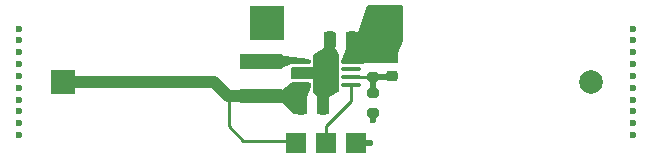
<source format=gtl>
G04 #@! TF.GenerationSoftware,KiCad,Pcbnew,6.0.4-6f826c9f35~116~ubuntu20.04.1*
G04 #@! TF.CreationDate,2022-05-04T20:07:55+01:00*
G04 #@! TF.ProjectId,boostAAA,626f6f73-7441-4414-912e-6b696361645f,rev?*
G04 #@! TF.SameCoordinates,Original*
G04 #@! TF.FileFunction,Copper,L1,Top*
G04 #@! TF.FilePolarity,Positive*
%FSLAX46Y46*%
G04 Gerber Fmt 4.6, Leading zero omitted, Abs format (unit mm)*
G04 Created by KiCad (PCBNEW 6.0.4-6f826c9f35~116~ubuntu20.04.1) date 2022-05-04 20:07:55*
%MOMM*%
%LPD*%
G01*
G04 APERTURE LIST*
G04 Aperture macros list*
%AMRoundRect*
0 Rectangle with rounded corners*
0 $1 Rounding radius*
0 $2 $3 $4 $5 $6 $7 $8 $9 X,Y pos of 4 corners*
0 Add a 4 corners polygon primitive as box body*
4,1,4,$2,$3,$4,$5,$6,$7,$8,$9,$2,$3,0*
0 Add four circle primitives for the rounded corners*
1,1,$1+$1,$2,$3*
1,1,$1+$1,$4,$5*
1,1,$1+$1,$6,$7*
1,1,$1+$1,$8,$9*
0 Add four rect primitives between the rounded corners*
20,1,$1+$1,$2,$3,$4,$5,0*
20,1,$1+$1,$4,$5,$6,$7,0*
20,1,$1+$1,$6,$7,$8,$9,0*
20,1,$1+$1,$8,$9,$2,$3,0*%
G04 Aperture macros list end*
G04 #@! TA.AperFunction,SMDPad,CuDef*
%ADD10RoundRect,0.200000X-0.275000X0.200000X-0.275000X-0.200000X0.275000X-0.200000X0.275000X0.200000X0*%
G04 #@! TD*
G04 #@! TA.AperFunction,SMDPad,CuDef*
%ADD11R,1.700000X1.700000*%
G04 #@! TD*
G04 #@! TA.AperFunction,SMDPad,CuDef*
%ADD12RoundRect,0.225000X-0.250000X0.225000X-0.250000X-0.225000X0.250000X-0.225000X0.250000X0.225000X0*%
G04 #@! TD*
G04 #@! TA.AperFunction,SMDPad,CuDef*
%ADD13R,3.000000X3.000000*%
G04 #@! TD*
G04 #@! TA.AperFunction,SMDPad,CuDef*
%ADD14R,3.600000X1.150000*%
G04 #@! TD*
G04 #@! TA.AperFunction,SMDPad,CuDef*
%ADD15RoundRect,0.250000X-0.250000X-0.475000X0.250000X-0.475000X0.250000X0.475000X-0.250000X0.475000X0*%
G04 #@! TD*
G04 #@! TA.AperFunction,SMDPad,CuDef*
%ADD16RoundRect,0.100000X0.712500X0.100000X-0.712500X0.100000X-0.712500X-0.100000X0.712500X-0.100000X0*%
G04 #@! TD*
G04 #@! TA.AperFunction,SMDPad,CuDef*
%ADD17RoundRect,0.250000X0.250000X0.475000X-0.250000X0.475000X-0.250000X-0.475000X0.250000X-0.475000X0*%
G04 #@! TD*
G04 #@! TA.AperFunction,ComponentPad*
%ADD18R,2.000000X2.000000*%
G04 #@! TD*
G04 #@! TA.AperFunction,ComponentPad*
%ADD19C,2.000000*%
G04 #@! TD*
G04 #@! TA.AperFunction,ViaPad*
%ADD20C,0.600000*%
G04 #@! TD*
G04 #@! TA.AperFunction,Conductor*
%ADD21C,0.250000*%
G04 #@! TD*
G04 #@! TA.AperFunction,Conductor*
%ADD22C,1.000000*%
G04 #@! TD*
G04 #@! TA.AperFunction,Conductor*
%ADD23C,0.500000*%
G04 #@! TD*
G04 APERTURE END LIST*
D10*
G04 #@! TO.P,R1,1*
G04 #@! TO.N,+5V*
X79000000Y-72950000D03*
G04 #@! TO.P,R1,2*
G04 #@! TO.N,Net-(C3-Pad2)*
X79000000Y-74600000D03*
G04 #@! TD*
D11*
G04 #@! TO.P,SW1,1,Pin_1*
G04 #@! TO.N,GND*
X77525000Y-80200000D03*
G04 #@! TO.P,SW1,2,Pin_2*
G04 #@! TO.N,Net-(SW1-Pad2)*
X74985000Y-80200000D03*
G04 #@! TO.P,SW1,3,Pin_3*
G04 #@! TO.N,Net-(BT1-Pad1)*
X72445000Y-80200000D03*
G04 #@! TD*
D12*
G04 #@! TO.P,C3,1*
G04 #@! TO.N,+5V*
X80600000Y-73000000D03*
G04 #@! TO.P,C3,2*
G04 #@! TO.N,Net-(C3-Pad2)*
X80600000Y-74550000D03*
G04 #@! TD*
D13*
G04 #@! TO.P,TP2,1,1*
G04 #@! TO.N,GND*
X70000000Y-70000000D03*
G04 #@! TD*
D14*
G04 #@! TO.P,L1,1*
G04 #@! TO.N,Net-(BT1-Pad1)*
X69500000Y-76225000D03*
G04 #@! TO.P,L1,2*
G04 #@! TO.N,Net-(L1-Pad2)*
X69500000Y-73275000D03*
G04 #@! TD*
D10*
G04 #@! TO.P,R2,1*
G04 #@! TO.N,Net-(C3-Pad2)*
X79000000Y-75975000D03*
G04 #@! TO.P,R2,2*
G04 #@! TO.N,GND*
X79000000Y-77625000D03*
G04 #@! TD*
D15*
G04 #@! TO.P,C1,1*
G04 #@! TO.N,Net-(BT1-Pad1)*
X72837500Y-77025000D03*
G04 #@! TO.P,C1,2*
G04 #@! TO.N,GND*
X74737500Y-77025000D03*
G04 #@! TD*
D13*
G04 #@! TO.P,TP1,1,1*
G04 #@! TO.N,+5V*
X80000000Y-70000000D03*
G04 #@! TD*
D16*
G04 #@! TO.P,U1,1,EN*
G04 #@! TO.N,Net-(SW1-Pad2)*
X77100000Y-75250000D03*
G04 #@! TO.P,U1,2,FB*
G04 #@! TO.N,Net-(C3-Pad2)*
X77100000Y-74600000D03*
G04 #@! TO.P,U1,3,PG*
G04 #@! TO.N,unconnected-(U1-Pad3)*
X77100000Y-73950000D03*
G04 #@! TO.P,U1,4,VOUT*
G04 #@! TO.N,+5V*
X77100000Y-73300000D03*
G04 #@! TO.P,U1,5,SW*
G04 #@! TO.N,Net-(L1-Pad2)*
X72875000Y-73300000D03*
G04 #@! TO.P,U1,6,PGND*
G04 #@! TO.N,GND*
X72875000Y-73950000D03*
G04 #@! TO.P,U1,7,SGND*
X72875000Y-74600000D03*
G04 #@! TO.P,U1,8,VIN*
G04 #@! TO.N,Net-(BT1-Pad1)*
X72875000Y-75250000D03*
G04 #@! TD*
D17*
G04 #@! TO.P,C2,1*
G04 #@! TO.N,+5V*
X77200000Y-71475000D03*
G04 #@! TO.P,C2,2*
G04 #@! TO.N,GND*
X75300000Y-71475000D03*
G04 #@! TD*
D18*
G04 #@! TO.P,BT1,1,+*
G04 #@! TO.N,Net-(BT1-Pad1)*
X52700000Y-75000000D03*
D19*
G04 #@! TO.P,BT1,2,-*
G04 #@! TO.N,GND*
X97400000Y-75000000D03*
G04 #@! TD*
D20*
G04 #@! TO.N,*
X101000000Y-79500000D03*
X49000000Y-70500000D03*
X49000000Y-71500000D03*
X101000000Y-74500000D03*
X49000000Y-75500000D03*
X101000000Y-73500000D03*
X49000000Y-72500000D03*
X49000000Y-78500000D03*
X101000000Y-76500000D03*
X49000000Y-73500000D03*
X101000000Y-72500000D03*
X49000000Y-79500000D03*
X49000000Y-74500000D03*
X101000000Y-78500000D03*
X49000000Y-77500000D03*
X101000000Y-77500000D03*
X101000000Y-75500000D03*
X101000000Y-71500000D03*
X101000000Y-70500000D03*
X49000000Y-76500000D03*
G04 #@! TO.N,GND*
X71000000Y-69000000D03*
X71000000Y-71000000D03*
X78700000Y-80200000D03*
X69000000Y-69000000D03*
X74737500Y-76000000D03*
X75300000Y-72500000D03*
X79000000Y-78250000D03*
X74150000Y-74300000D03*
X69000000Y-71000000D03*
G04 #@! TD*
D21*
G04 #@! TO.N,Net-(BT1-Pad1)*
X66775000Y-78775000D02*
X66775000Y-76225000D01*
D22*
X65500000Y-75000000D02*
X52700000Y-75000000D01*
X66775000Y-76225000D02*
X66725000Y-76225000D01*
D21*
X72470000Y-80000000D02*
X68000000Y-80000000D01*
X68000000Y-80000000D02*
X66775000Y-78775000D01*
D22*
X69500000Y-76225000D02*
X66775000Y-76225000D01*
X66725000Y-76225000D02*
X65500000Y-75000000D01*
D23*
G04 #@! TO.N,GND*
X79000000Y-77550000D02*
X79000000Y-78250000D01*
X78700000Y-80200000D02*
X77525000Y-80200000D01*
D21*
G04 #@! TO.N,Net-(C3-Pad2)*
X77100000Y-74600000D02*
X79000000Y-74600000D01*
D23*
X79000000Y-74600000D02*
X80550000Y-74600000D01*
X80550000Y-74600000D02*
X80600000Y-74550000D01*
X79000000Y-74600000D02*
X79000000Y-75975000D01*
D21*
G04 #@! TO.N,Net-(SW1-Pad2)*
X77100000Y-76650000D02*
X74985000Y-78765000D01*
X77100000Y-75250000D02*
X77100000Y-76650000D01*
X74985000Y-78765000D02*
X74985000Y-80200000D01*
G04 #@! TD*
G04 #@! TA.AperFunction,Conductor*
G04 #@! TO.N,+5V*
G36*
X81442121Y-68520002D02*
G01*
X81488614Y-68573658D01*
X81500000Y-68626000D01*
X81500000Y-71476814D01*
X81491745Y-71521669D01*
X81100000Y-72550000D01*
X81100000Y-73324000D01*
X81079998Y-73392121D01*
X81026342Y-73438614D01*
X80974000Y-73450000D01*
X78500000Y-73450000D01*
X78497347Y-73450226D01*
X78497342Y-73450226D01*
X77917835Y-73499546D01*
X77907150Y-73500000D01*
X76413500Y-73500000D01*
X76345379Y-73479998D01*
X76298886Y-73426342D01*
X76287500Y-73374000D01*
X76287500Y-73126738D01*
X76298360Y-73075565D01*
X76682130Y-72212084D01*
X76682131Y-72212081D01*
X76687500Y-72200000D01*
X76687500Y-70876000D01*
X76707502Y-70807879D01*
X76761158Y-70761386D01*
X76813500Y-70750000D01*
X77700000Y-70750000D01*
X78470209Y-68583788D01*
X78511875Y-68526305D01*
X78578006Y-68500474D01*
X78588927Y-68500000D01*
X81374000Y-68500000D01*
X81442121Y-68520002D01*
G37*
G04 #@! TD.AperFunction*
G04 #@! TD*
G04 #@! TA.AperFunction,Conductor*
G04 #@! TO.N,Net-(BT1-Pad1)*
G36*
X73629621Y-75070002D02*
G01*
X73676114Y-75123658D01*
X73687500Y-75176000D01*
X73687500Y-75425076D01*
X73678009Y-75473049D01*
X73337500Y-76300000D01*
X73337500Y-77624000D01*
X73317498Y-77692121D01*
X73263842Y-77738614D01*
X73211500Y-77750000D01*
X72383839Y-77750000D01*
X72315718Y-77729998D01*
X72302203Y-77719977D01*
X71263800Y-76836738D01*
X71250000Y-76825000D01*
X67813500Y-76825000D01*
X67745379Y-76804998D01*
X67698886Y-76751342D01*
X67687500Y-76699000D01*
X67687500Y-75801000D01*
X67707502Y-75732879D01*
X67761158Y-75686386D01*
X67813500Y-75675000D01*
X71250000Y-75675000D01*
X72028533Y-75076129D01*
X72094722Y-75050450D01*
X72105356Y-75050000D01*
X73561500Y-75050000D01*
X73629621Y-75070002D01*
G37*
G04 #@! TD.AperFunction*
G04 #@! TD*
G04 #@! TA.AperFunction,Conductor*
G04 #@! TO.N,Net-(L1-Pad2)*
G36*
X70877967Y-72747389D02*
G01*
X71241443Y-72749940D01*
X71258468Y-72751216D01*
X71485156Y-72783766D01*
X73579410Y-73084479D01*
X73643995Y-73113960D01*
X73682390Y-73173679D01*
X73687500Y-73209200D01*
X73687500Y-73374000D01*
X73667498Y-73442121D01*
X73613842Y-73488614D01*
X73561500Y-73500000D01*
X72062500Y-73500000D01*
X71293338Y-73854998D01*
X71275127Y-73863403D01*
X71222326Y-73875000D01*
X67813500Y-73875000D01*
X67745379Y-73854998D01*
X67698886Y-73801342D01*
X67687500Y-73749000D01*
X67687500Y-72851887D01*
X67707502Y-72783766D01*
X67761158Y-72737273D01*
X67814382Y-72725890D01*
X70877967Y-72747389D01*
G37*
G04 #@! TD.AperFunction*
G04 #@! TD*
G04 #@! TA.AperFunction,Conductor*
G04 #@! TO.N,GND*
G36*
X75729621Y-70770002D02*
G01*
X75776114Y-70823658D01*
X75787500Y-70876000D01*
X75787500Y-72200000D01*
X75795658Y-72214276D01*
X75795658Y-72214277D01*
X76070899Y-72695948D01*
X76087500Y-72758462D01*
X76087500Y-73146751D01*
X76087333Y-73152494D01*
X76087000Y-73155354D01*
X76087000Y-73444646D01*
X76087333Y-73447445D01*
X76087500Y-73453078D01*
X76087500Y-73796751D01*
X76087333Y-73802494D01*
X76087000Y-73805354D01*
X76087000Y-74094646D01*
X76087333Y-74097445D01*
X76087500Y-74103078D01*
X76087500Y-74446751D01*
X76087333Y-74452494D01*
X76087000Y-74455354D01*
X76087000Y-74744646D01*
X76087333Y-74747445D01*
X76087500Y-74753078D01*
X76087500Y-75096751D01*
X76087333Y-75102494D01*
X76087000Y-75105354D01*
X76087000Y-75394646D01*
X76087333Y-75397445D01*
X76087500Y-75403078D01*
X76087500Y-75751073D01*
X76067498Y-75819194D01*
X76022966Y-75861063D01*
X75237500Y-76300000D01*
X75237500Y-77624000D01*
X75217498Y-77692121D01*
X75163842Y-77738614D01*
X75111500Y-77750000D01*
X74363500Y-77750000D01*
X74295379Y-77729998D01*
X74248886Y-77676342D01*
X74237500Y-77624000D01*
X74237500Y-76300000D01*
X73912063Y-75858335D01*
X73887757Y-75791630D01*
X73887500Y-75783593D01*
X73887500Y-75403249D01*
X73887667Y-75397506D01*
X73888000Y-75394646D01*
X73888000Y-75105354D01*
X73887667Y-75102555D01*
X73887500Y-75096922D01*
X73887500Y-74800000D01*
X72188500Y-74800000D01*
X72120379Y-74779998D01*
X72073886Y-74726342D01*
X72062500Y-74674000D01*
X72062500Y-73876000D01*
X72082502Y-73807879D01*
X72136158Y-73761386D01*
X72188500Y-73750000D01*
X73887500Y-73750000D01*
X73887500Y-73453249D01*
X73887667Y-73447506D01*
X73888000Y-73444646D01*
X73888000Y-73155354D01*
X73887667Y-73152555D01*
X73887500Y-73146922D01*
X73887500Y-72796172D01*
X73907502Y-72728051D01*
X73948455Y-72688260D01*
X74800000Y-72175000D01*
X74800000Y-70876000D01*
X74820002Y-70807879D01*
X74873658Y-70761386D01*
X74926000Y-70750000D01*
X75661500Y-70750000D01*
X75729621Y-70770002D01*
G37*
G04 #@! TD.AperFunction*
G04 #@! TD*
M02*

</source>
